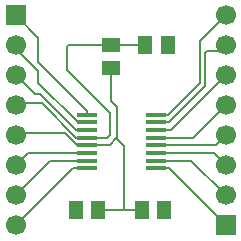
<source format=gtl>
G04 DipTrace 3.0.0.2*
G04 PCBFR2311.gtl*
%MOIN*%
G04 #@! TF.FileFunction,Copper,L1,Top*
G04 #@! TF.Part,Single*
G04 #@! TA.AperFunction,Conductor*
%ADD11C,0.006*%
%ADD15R,0.070866X0.015748*%
G04 #@! TA.AperFunction,ComponentPad*
%ADD16R,0.066929X0.066929*%
%ADD17C,0.066929*%
%ADD18R,0.059055X0.051181*%
%ADD19R,0.051181X0.059055*%
G04 #@! TA.AperFunction,ViaPad*
%ADD20C,0.02*%
%FSLAX26Y26*%
G04*
G70*
G90*
G75*
G01*
G04 Top*
%LPD*%
X736748Y816764D2*
D11*
X701625D1*
X661756Y856633D1*
X505383D1*
X499000Y850249D1*
X817990Y1075360D2*
Y962871D1*
X836738Y944123D1*
Y844134D1*
X833728Y841125D1*
X811740Y819136D1*
X739121D1*
X736748Y816764D1*
X774244Y600409D2*
X859207D1*
X918168D1*
X859207D2*
Y815646D1*
X833728Y841125D1*
X736748Y791173D2*
X539924D1*
X499000Y750249D1*
X699441Y600409D2*
D3*
X992971D2*
D3*
X1005281Y1150352D2*
D3*
X736748Y842354D2*
X701031D1*
X586764Y956622D1*
X505373D1*
X499000Y950249D1*
X817990Y1150163D2*
X930289D1*
X930478Y1150352D1*
X736748Y842354D2*
X803711D1*
X811740Y850383D1*
Y925375D1*
X668005Y1069110D1*
Y1144102D1*
X674255Y1150352D1*
X817801D1*
X817990Y1150163D1*
X736748Y919126D2*
Y931625D1*
X574265Y1094108D1*
Y1174984D1*
X499000Y1250249D1*
X736748Y893535D2*
X706094D1*
X574265Y1025365D1*
Y1062861D1*
X486877Y1150249D1*
X499000D1*
X736748Y867945D2*
X700438D1*
X580514Y987869D1*
X561381D1*
X499000Y1050249D1*
X736748Y765583D2*
X614333D1*
X499000Y650249D1*
X736748Y739992D2*
X688743D1*
X499000Y550249D1*
X965102Y739992D2*
X1009257D1*
X1199000Y550249D1*
X965094Y765583D2*
X1083667D1*
X1199000Y650249D1*
X965094Y791173D2*
X1158076D1*
X1199000Y750249D1*
X965094Y816764D2*
X1165514D1*
X1199000Y850249D1*
X965094Y842354D2*
X1091105D1*
X1199000Y950249D1*
X965094Y867945D2*
X1016696D1*
X1199000Y1050249D1*
X965094Y893535D2*
X1011126D1*
X1130457Y1012866D1*
Y1125354D1*
X1136706Y1131604D1*
X1180354D1*
X1199000Y1150249D1*
X965094Y919126D2*
X1005470D1*
X1111709Y1025365D1*
Y1162958D1*
X1199000Y1250249D1*
D20*
X699441Y600409D3*
X992971D3*
X1005281Y1150352D3*
D15*
X736748Y919126D3*
Y893535D3*
Y867945D3*
Y842354D3*
Y816764D3*
Y791173D3*
Y765583D3*
Y739992D3*
X965102D3*
X965094Y765583D3*
Y791173D3*
Y816764D3*
Y842354D3*
Y867945D3*
Y893535D3*
Y919126D3*
D16*
X499000Y1250249D3*
D17*
Y1150249D3*
Y1050249D3*
Y950249D3*
Y850249D3*
Y750249D3*
Y650249D3*
Y550249D3*
D16*
X1199000D3*
D17*
Y650249D3*
Y750249D3*
Y850249D3*
Y950249D3*
Y1050249D3*
Y1150249D3*
Y1250249D3*
D18*
X817990Y1075360D3*
Y1150163D3*
D19*
X699441Y600409D3*
X774244D3*
X992971D3*
X918168D3*
X930478Y1150352D3*
X1005281D3*
M02*

</source>
